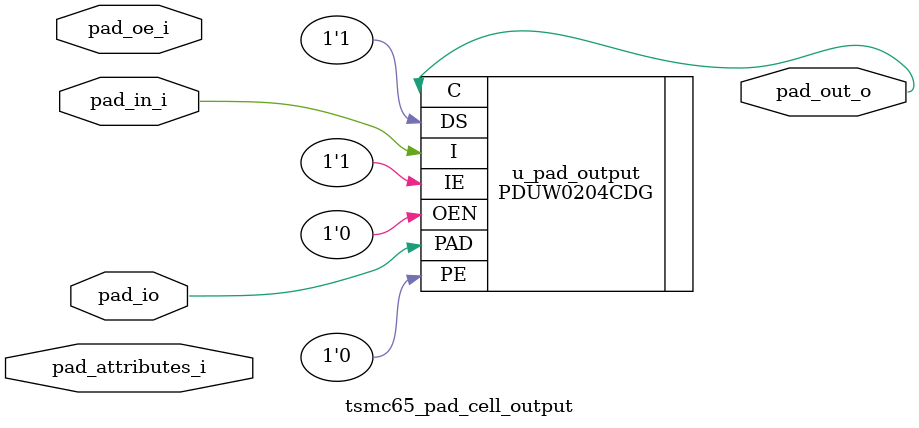
<source format=sv>


module tsmc65_pad_cell_output #(
  parameter int unsigned PADATTR = 16
) (
  input logic pad_in_i, // pad input value
  input logic pad_oe_i, // pad output enable
  output logic pad_out_o, // pad output value
  inout logic pad_io, // pad value
  input logic [PADATTR-1:0] pad_attributes_i // pad attributes
);
  // TSMC65 pad standard cell
  PDUW0204CDG u_pad_output (
    .I (pad_in_i),
    .OEN (1'b0),
    .PE (1'b0),
    .PAD (pad_io),
    .IE (1'b1),
    .DS(1'b1),
    .C (pad_out_o)
  );
endmodule

</source>
